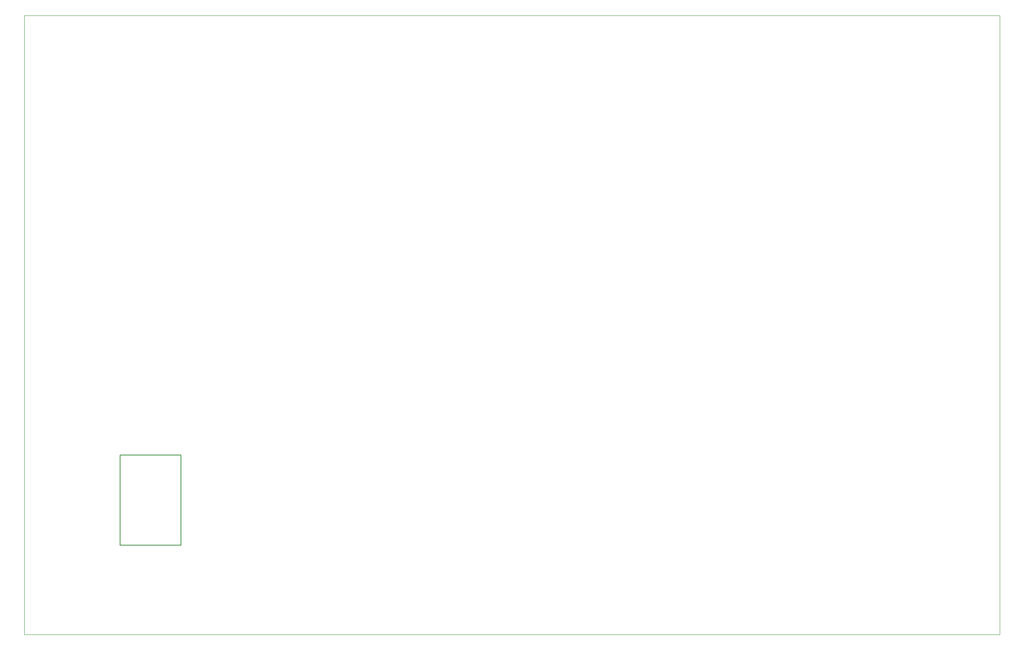
<source format=gko>
G75*
G70*
%OFA0B0*%
%FSLAX24Y24*%
%IPPOS*%
%LPD*%
%AMOC8*
5,1,8,0,0,1.08239X$1,22.5*
%
%ADD10C,0.0000*%
%ADD11C,0.0059*%
D10*
X001100Y000100D02*
X001100Y052075D01*
X082850Y052075D01*
X082850Y000100D01*
X001100Y000100D01*
D11*
X009136Y007605D02*
X014214Y007605D01*
X014214Y015165D01*
X009136Y015165D01*
X009136Y007605D01*
M02*

</source>
